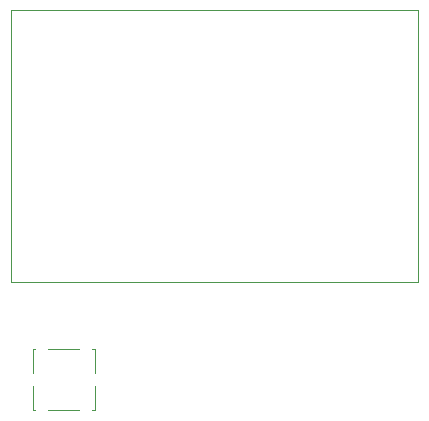
<source format=gto>
G04 #@! TF.GenerationSoftware,KiCad,Pcbnew,5.1.10-88a1d61d58~90~ubuntu20.04.1*
G04 #@! TF.CreationDate,2021-11-23T17:14:05+00:00*
G04 #@! TF.ProjectId,sketch_v2,736b6574-6368-45f7-9632-2e6b69636164,rev?*
G04 #@! TF.SameCoordinates,Original*
G04 #@! TF.FileFunction,Legend,Top*
G04 #@! TF.FilePolarity,Positive*
%FSLAX46Y46*%
G04 Gerber Fmt 4.6, Leading zero omitted, Abs format (unit mm)*
G04 Created by KiCad (PCBNEW 5.1.10-88a1d61d58~90~ubuntu20.04.1) date 2021-11-23 17:14:05*
%MOMM*%
%LPD*%
G01*
G04 APERTURE LIST*
%ADD10C,0.120000*%
%ADD11O,1.700000X1.700000*%
%ADD12R,1.700000X1.700000*%
%ADD13C,1.100000*%
%ADD14C,0.800000*%
%ADD15C,0.100000*%
%ADD16R,0.600000X1.000000*%
%ADD17R,1.100000X1.800000*%
G04 APERTURE END LIST*
D10*
X94750000Y-85000000D02*
X94750000Y-62000000D01*
X129250000Y-85000000D02*
X94750000Y-85000000D01*
X129250000Y-62000000D02*
X129250000Y-85000000D01*
X94750000Y-62000000D02*
X129250000Y-62000000D01*
X101850000Y-90650000D02*
X101850000Y-95850000D01*
X96650000Y-90650000D02*
X101850000Y-90650000D01*
X96650000Y-95850000D02*
X96650000Y-90650000D01*
X101850000Y-95850000D02*
X96650000Y-95850000D01*
%LPC*%
D11*
X93500000Y-89780000D03*
X93500000Y-92320000D03*
X93500000Y-94860000D03*
D12*
X93500000Y-97400000D03*
D13*
X110656497Y-94593503D03*
D14*
X113343503Y-91906497D03*
D15*
G36*
X113520279Y-90315507D02*
G01*
X114793071Y-89042715D01*
X116207285Y-90456929D01*
X114934493Y-91729721D01*
X113520279Y-90315507D01*
G37*
G36*
X107792715Y-96043071D02*
G01*
X109065507Y-94770279D01*
X110479721Y-96184493D01*
X109206929Y-97457285D01*
X107792715Y-96043071D01*
G37*
G36*
X115010861Y-94481780D02*
G01*
X115482501Y-94010140D01*
X116896715Y-95424354D01*
X116425075Y-95895994D01*
X115010861Y-94481780D01*
G37*
G36*
X113885500Y-95607140D02*
G01*
X114357140Y-95135500D01*
X115771354Y-96549714D01*
X115299714Y-97021354D01*
X113885500Y-95607140D01*
G37*
G36*
X112760140Y-96732501D02*
G01*
X113231780Y-96260861D01*
X114645994Y-97675075D01*
X114174354Y-98146715D01*
X112760140Y-96732501D01*
G37*
G36*
X107103285Y-91075646D02*
G01*
X107574925Y-90604006D01*
X108989139Y-92018220D01*
X108517499Y-92489860D01*
X107103285Y-91075646D01*
G37*
G36*
X108228646Y-89950286D02*
G01*
X108700286Y-89478646D01*
X110114500Y-90892860D01*
X109642860Y-91364500D01*
X108228646Y-89950286D01*
G37*
G36*
X109354006Y-88824925D02*
G01*
X109825646Y-88353285D01*
X111239860Y-89767499D01*
X110768220Y-90239139D01*
X109354006Y-88824925D01*
G37*
D16*
X96750000Y-93250000D03*
X101750000Y-93250000D03*
D17*
X97400000Y-90150000D03*
X101100000Y-90150000D03*
X97400000Y-96350000D03*
X101100000Y-96350000D03*
M02*

</source>
